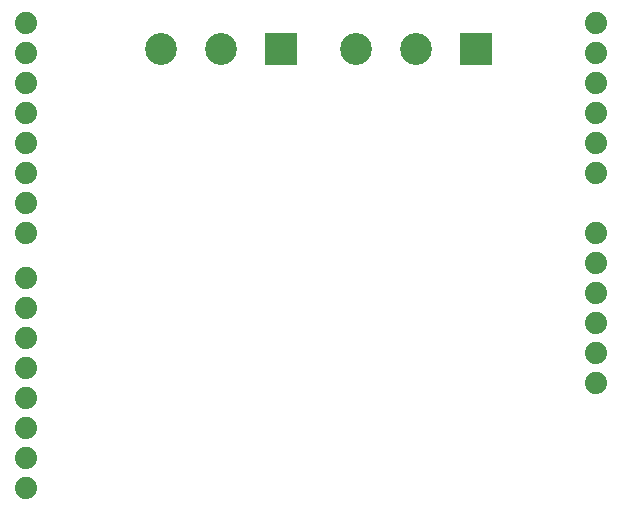
<source format=gbr>
%TF.GenerationSoftware,Novarm,DipTrace,3.0.0.2*%
%TF.CreationDate,2017-10-26T14:07:39+00:00*%
%FSLAX35Y35*%
%MOMM*%
%TF.FileFunction,Soldermask,Bot*%
%TF.Part,Single*%
%ADD34C,1.8796*%
%ADD51C,2.7*%
%ADD53R,2.7X2.7*%
G75*
G01*
%LPD*%
D53*
X5037000Y4873500D3*
D51*
X4529000D3*
X4021000D3*
D53*
X3386000D3*
D51*
X2878000D3*
X2370000D3*
D34*
X6053000Y2047750D3*
Y2301750D3*
Y2555750D3*
Y2809750D3*
Y3063750D3*
Y3317750D3*
Y3825750D3*
Y4079750D3*
Y4333750D3*
Y4587750D3*
Y4841750D3*
Y5095750D3*
X1227000D3*
Y4841750D3*
Y4587750D3*
Y4333750D3*
Y4079750D3*
Y3825750D3*
Y3571750D3*
Y3317750D3*
Y2936750D3*
Y2682750D3*
Y2428750D3*
Y2174750D3*
Y1920750D3*
Y1666750D3*
Y1412750D3*
Y1158750D3*
M02*

</source>
